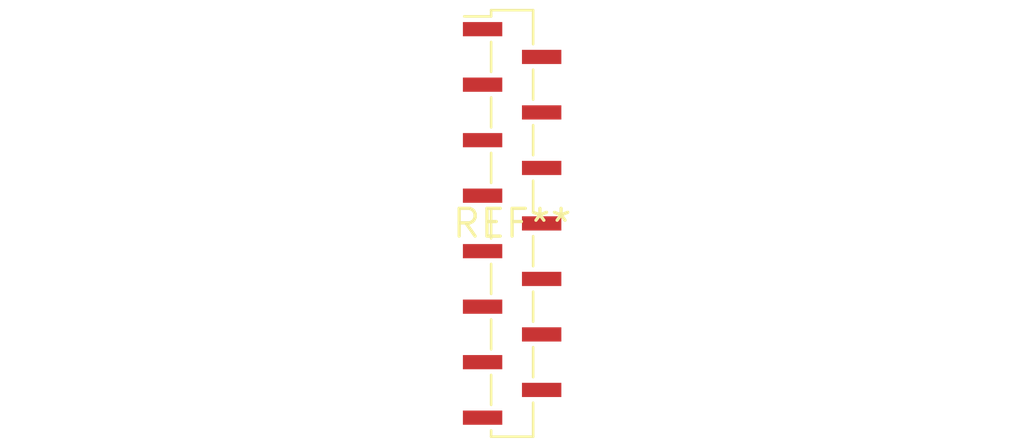
<source format=kicad_pcb>
(kicad_pcb (version 20240108) (generator pcbnew)
  (layers (0 "F.Cu" signal) (31 "B.Cu" signal) (34 "B.Paste" user) (35 "F.Paste" user) (36 "B.SilkS" user "B.Silkscreen") (37 "F.SilkS" user "F.Silkscreen") (38 "B.Mask" user) (39 "F.Mask" user) (44 "Edge.Cuts" user))
  (net 0 "")
  (footprint "PinSocket_1x15_P1.27mm_Vertical_SMD_Pin1Left" (layer "F.Cu") (at 0 0)
    (property "Reference" "REF**")
    (property "Value" "PinSocket_1x15_P1.27mm_Vertical_SMD_Pin1Left")
    (fp_line (start -2.19 -9.475) (end -0.96 -9.475) (layer "F.SilkS") (stroke (width 0.12)))
    (fp_line (start -0.96 -9.76) (end -0.96 -9.475) (layer "F.SilkS") (stroke (width 0.12)))
    (fp_line (start -0.96 -9.76) (end 0.96 -9.76) (layer "F.SilkS") (stroke (width 0.12)))
    (fp_line (start -0.96 -8.305) (end -0.96 -6.935) (layer "F.SilkS") (stroke (width 0.12)))
    (fp_line (start -0.96 -5.765) (end -0.96 -4.395) (layer "F.SilkS") (stroke (width 0.12)))
    (fp_line (start -0.96 -3.225) (end -0.96 -1.855) (layer "F.SilkS") (stroke (width 0.12)))
    (fp_line (start -0.96 -0.685) (end -0.96 0.685) (layer "F.SilkS") (stroke (width 0.12)))
    (fp_line (start -0.96 1.855) (end -0.96 3.225) (layer "F.SilkS") (stroke (width 0.12)))
    (fp_line (start -0.96 4.395) (end -0.96 5.765) (layer "F.SilkS") (stroke (width 0.12)))
    (fp_line (start -0.96 6.935) (end -0.96 8.305) (layer "F.SilkS") (stroke (width 0.12)))
    (fp_line (start -0.96 9.475) (end -0.96 9.76) (layer "F.SilkS") (stroke (width 0.12)))
    (fp_line (start -0.96 9.76) (end 0.96 9.76) (layer "F.SilkS") (stroke (width 0.12)))
    (fp_line (start 0.96 -9.76) (end 0.96 -8.205) (layer "F.SilkS") (stroke (width 0.12)))
    (fp_line (start 0.96 -7.035) (end 0.96 -5.665) (layer "F.SilkS") (stroke (width 0.12)))
    (fp_line (start 0.96 -4.495) (end 0.96 -3.125) (layer "F.SilkS") (stroke (width 0.12)))
    (fp_line (start 0.96 -1.955) (end 0.96 -0.585) (layer "F.SilkS") (stroke (width 0.12)))
    (fp_line (start 0.96 0.585) (end 0.96 1.955) (layer "F.SilkS") (stroke (width 0.12)))
    (fp_line (start 0.96 3.125) (end 0.96 4.495) (layer "F.SilkS") (stroke (width 0.12)))
    (fp_line (start 0.96 5.665) (end 0.96 7.035) (layer "F.SilkS") (stroke (width 0.12)))
    (fp_line (start 0.96 8.205) (end 0.96 9.76) (layer "F.SilkS") (stroke (width 0.12)))
    (pad "1" smd rect (at -1.35 -8.89) (size 1.8 0.65) (layers "F.Cu" "F.Paste" "F.Mask"))
    (pad "2" smd rect (at 1.35 -7.62) (size 1.8 0.65) (layers "F.Cu" "F.Paste" "F.Mask"))
    (pad "3" smd rect (at -1.35 -6.35) (size 1.8 0.65) (layers "F.Cu" "F.Paste" "F.Mask"))
    (pad "4" smd rect (at 1.35 -5.08) (size 1.8 0.65) (layers "F.Cu" "F.Paste" "F.Mask"))
    (pad "5" smd rect (at -1.35 -3.81) (size 1.8 0.65) (layers "F.Cu" "F.Paste" "F.Mask"))
    (pad "6" smd rect (at 1.35 -2.54) (size 1.8 0.65) (layers "F.Cu" "F.Paste" "F.Mask"))
    (pad "7" smd rect (at -1.35 -1.27) (size 1.8 0.65) (layers "F.Cu" "F.Paste" "F.Mask"))
    (pad "8" smd rect (at 1.35 0) (size 1.8 0.65) (layers "F.Cu" "F.Paste" "F.Mask"))
    (pad "9" smd rect (at -1.35 1.27) (size 1.8 0.65) (layers "F.Cu" "F.Paste" "F.Mask"))
    (pad "10" smd rect (at 1.35 2.54) (size 1.8 0.65) (layers "F.Cu" "F.Paste" "F.Mask"))
    (pad "11" smd rect (at -1.35 3.81) (size 1.8 0.65) (layers "F.Cu" "F.Paste" "F.Mask"))
    (pad "12" smd rect (at 1.35 5.08) (size 1.8 0.65) (layers "F.Cu" "F.Paste" "F.Mask"))
    (pad "13" smd rect (at -1.35 6.35) (size 1.8 0.65) (layers "F.Cu" "F.Paste" "F.Mask"))
    (pad "14" smd rect (at 1.35 7.62) (size 1.8 0.65) (layers "F.Cu" "F.Paste" "F.Mask"))
    (pad "15" smd rect (at -1.35 8.89) (size 1.8 0.65) (layers "F.Cu" "F.Paste" "F.Mask"))
  )
)
</source>
